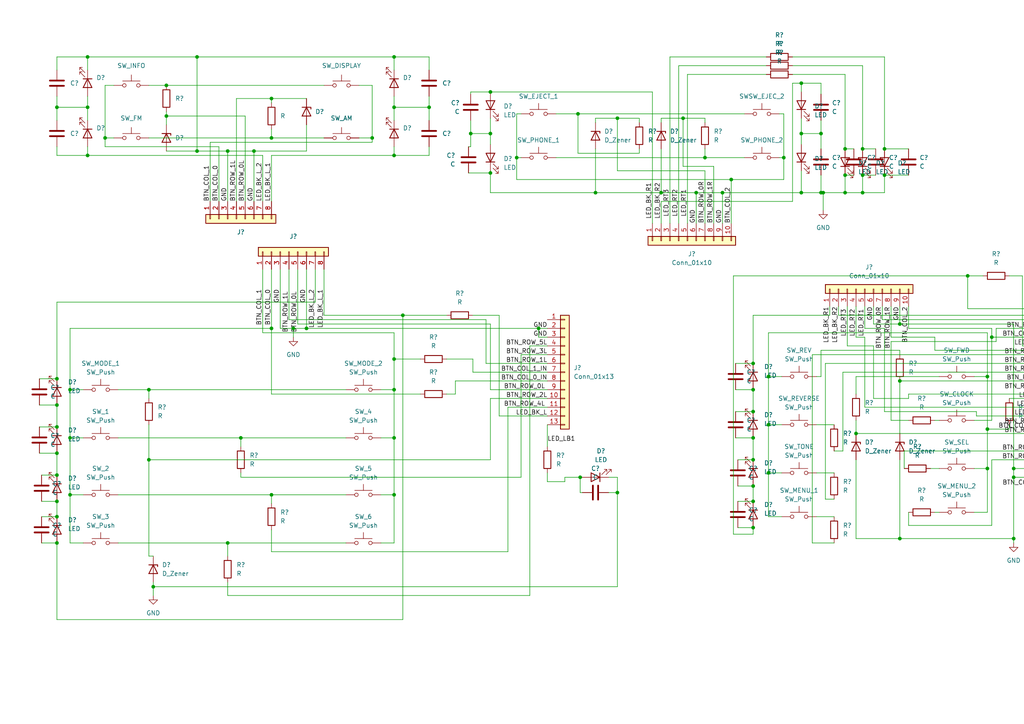
<source format=kicad_sch>
(kicad_sch (version 20211123) (generator eeschema)
  (paper "A4")
  (junction (at 142.24 50.165))
  (junction (at 218.44 105.41))
  (junction (at 201.93 55.88))
  (junction (at 222.885 123.19))
  (junction (at 107.95 40.005))
  (junction (at 286.385 124.46))
  (junction (at 335.915 134.62))
  (junction (at 48.26 24.765))
  (junction (at 16.51 157.48))
  (junction (at 114.3 31.115))
  (junction (at 16.51 149.86))
  (junction (at 136.525 38.735))
  (junction (at 179.07 142.875))
  (junction (at 232.41 24.13))
  (junction (at 25.4 45.085))
  (junction (at 227.33 45.72))
  (junction (at 114.3 16.51))
  (junction (at 44.45 170.18))
  (junction (at 172.72 55.88))
  (junction (at 48.26 33.655))
  (junction (at 85.09 95.25))
  (junction (at 78.74 95.25))
  (junction (at 238.76 55.88))
  (junction (at 25.4 31.115))
  (junction (at 218.44 140.97))
  (junction (at 156.21 95.25))
  (junction (at 335.915 128.27))
  (junction (at 286.385 135.89))
  (junction (at 304.165 120.65))
  (junction (at 286.385 109.22))
  (junction (at 294.005 156.21))
  (junction (at 116.84 91.44))
  (junction (at 16.51 137.795))
  (junction (at 256.54 50.8))
  (junction (at 25.4 16.51))
  (junction (at 168.275 138.43))
  (junction (at 250.19 55.88))
  (junction (at 16.51 123.825))
  (junction (at 218.44 113.03))
  (junction (at 287.655 97.79))
  (junction (at 250.19 43.18))
  (junction (at 260.985 93.98))
  (junction (at 218.44 145.415))
  (junction (at 191.77 55.88))
  (junction (at 114.3 143.51))
  (junction (at 238.125 55.88))
  (junction (at 335.915 114.3))
  (junction (at 209.55 55.88))
  (junction (at 238.125 38.735))
  (junction (at 69.85 127))
  (junction (at 20.32 113.03))
  (junction (at 294.005 135.89))
  (junction (at 43.18 133.35))
  (junction (at 218.44 153.035))
  (junction (at 179.07 34.29))
  (junction (at 335.915 120.65))
  (junction (at 218.44 119.38))
  (junction (at 245.11 43.18))
  (junction (at 114.3 113.03))
  (junction (at 16.51 131.445))
  (junction (at 260.985 110.49))
  (junction (at 57.15 43.815))
  (junction (at 16.51 109.855))
  (junction (at 124.46 31.115))
  (junction (at 335.915 142.24))
  (junction (at 78.74 40.005))
  (junction (at 114.3 104.14))
  (junction (at 43.18 113.03))
  (junction (at 335.915 146.685))
  (junction (at 57.15 16.51))
  (junction (at 78.74 28.575))
  (junction (at 142.24 38.735))
  (junction (at 167.64 33.02))
  (junction (at 142.24 26.67))
  (junction (at 204.47 45.72))
  (junction (at 218.44 133.35))
  (junction (at 245.11 55.88))
  (junction (at 218.44 127))
  (junction (at 20.32 143.51))
  (junction (at 212.09 52.07))
  (junction (at 114.3 45.085))
  (junction (at 222.885 109.22))
  (junction (at 16.51 117.475))
  (junction (at 280.67 80.01))
  (junction (at 30.48 40.005))
  (junction (at 250.19 50.8))
  (junction (at 66.04 43.815))
  (junction (at 114.3 127))
  (junction (at 16.51 31.115))
  (junction (at 335.915 154.305))
  (junction (at 78.74 143.51))
  (junction (at 73.66 43.815))
  (junction (at 248.285 125.73))
  (junction (at 232.41 55.88))
  (junction (at 16.51 145.415))
  (junction (at 294.005 138.43))
  (junction (at 335.915 106.68))
  (junction (at 149.86 45.72))
  (junction (at 232.41 38.735))
  (junction (at 66.04 157.48))
  (junction (at 198.12 34.29))
  (junction (at 20.32 127))
  (junction (at 88.9 95.25))
  (junction (at 256.54 43.18))
  (junction (at 245.11 50.8))
  (junction (at 222.885 137.16))
  (junction (at 260.985 156.21))
  (wire (pts (xy 137.16 107.95) (xy 158.75 107.95)))
  (wire (pts (xy 66.04 43.815) (xy 66.04 58.42)))
  (wire (pts (xy 132.08 114.3) (xy 129.54 114.3)))
  (wire (pts (xy 212.09 52.07) (xy 212.09 64.77)))
  (wire (pts (xy 299.085 114.3) (xy 263.525 114.3)))
  (wire (pts (xy 229.87 16.51) (xy 256.54 16.51)))
  (wire (pts (xy 151.13 102.87) (xy 158.75 102.87)))
  (wire (pts (xy 136.525 26.67) (xy 136.525 27.305)))
  (wire (pts (xy 11.43 131.445) (xy 16.51 131.445)))
  (wire (pts (xy 69.85 127) (xy 69.85 129.54)))
  (wire (pts (xy 114.3 16.51) (xy 114.3 20.32)))
  (wire (pts (xy 12.065 157.48) (xy 16.51 157.48)))
  (wire (pts (xy 34.29 127) (xy 69.85 127)))
  (wire (pts (xy 271.145 97.79) (xy 271.145 101.6)))
  (wire (pts (xy 179.07 138.43) (xy 179.07 142.875)))
  (wire (pts (xy 30.48 40.005) (xy 33.02 40.005)))
  (wire (pts (xy 20.32 143.51) (xy 24.13 143.51)))
  (wire (pts (xy 110.49 113.03) (xy 114.3 113.03)))
  (wire (pts (xy 16.51 87.63) (xy 16.51 109.855)))
  (wire (pts (xy 43.18 161.29) (xy 44.45 161.29)))
  (wire (pts (xy 142.24 55.88) (xy 172.72 55.88)))
  (wire (pts (xy 294.005 138.43) (xy 304.165 138.43)))
  (wire (pts (xy 344.805 154.305) (xy 335.915 154.305)))
  (wire (pts (xy 218.44 140.97) (xy 218.44 145.415)))
  (wire (pts (xy 253.365 100.33) (xy 245.745 100.33)))
  (wire (pts (xy 286.385 124.46) (xy 286.385 109.22)))
  (wire (pts (xy 107.95 24.765) (xy 107.95 40.005)))
  (wire (pts (xy 227.33 33.02) (xy 227.33 45.72)))
  (wire (pts (xy 12.065 149.86) (xy 16.51 149.86)))
  (wire (pts (xy 34.29 113.03) (xy 43.18 113.03)))
  (wire (pts (xy 124.46 27.94) (xy 124.46 31.115)))
  (wire (pts (xy 286.385 148.59) (xy 286.385 135.89)))
  (wire (pts (xy 172.72 34.29) (xy 179.07 34.29)))
  (wire (pts (xy 76.2 45.085) (xy 76.2 58.42)))
  (wire (pts (xy 239.395 144.78) (xy 241.935 144.78)))
  (wire (pts (xy 16.51 16.51) (xy 16.51 20.32)))
  (wire (pts (xy 136.525 42.545) (xy 135.89 42.545)))
  (wire (pts (xy 124.46 45.085) (xy 124.46 42.545)))
  (wire (pts (xy 226.695 109.22) (xy 222.885 109.22)))
  (wire (pts (xy 20.32 157.48) (xy 24.13 157.48)))
  (wire (pts (xy 304.165 140.97) (xy 297.815 140.97)))
  (wire (pts (xy 262.255 130.81) (xy 262.255 135.89)))
  (wire (pts (xy 250.19 50.8) (xy 250.19 55.88)))
  (wire (pts (xy 179.07 49.53) (xy 179.07 34.29)))
  (wire (pts (xy 114.3 104.14) (xy 114.3 113.03)))
  (wire (pts (xy 213.36 113.03) (xy 218.44 113.03)))
  (wire (pts (xy 245.745 100.33) (xy 245.745 88.9)))
  (wire (pts (xy 60.96 41.275) (xy 107.95 41.275)))
  (wire (pts (xy 158.75 137.16) (xy 158.75 139.7)))
  (wire (pts (xy 250.825 97.79) (xy 250.825 118.11)))
  (wire (pts (xy 11.43 123.825) (xy 16.51 123.825)))
  (wire (pts (xy 114.3 45.085) (xy 124.46 45.085)))
  (wire (pts (xy 153.67 100.33) (xy 153.67 172.72)))
  (wire (pts (xy 198.12 34.29) (xy 204.47 34.29)))
  (wire (pts (xy 294.005 135.89) (xy 304.165 135.89)))
  (wire (pts (xy 78.74 143.51) (xy 78.74 146.05)))
  (wire (pts (xy 116.84 179.705) (xy 16.51 179.705)))
  (wire (pts (xy 43.18 113.03) (xy 100.33 113.03)))
  (wire (pts (xy 201.93 55.88) (xy 209.55 55.88)))
  (wire (pts (xy 204.47 43.18) (xy 204.47 45.72)))
  (wire (pts (xy 189.23 26.67) (xy 189.23 64.77)))
  (wire (pts (xy 344.805 142.24) (xy 335.915 142.24)))
  (wire (pts (xy 88.9 95.25) (xy 88.9 78.105)))
  (wire (pts (xy 255.905 88.9) (xy 255.905 92.71)))
  (wire (pts (xy 260.985 101.6) (xy 238.125 101.6)))
  (wire (pts (xy 43.18 123.19) (xy 43.18 133.35)))
  (wire (pts (xy 172.72 35.56) (xy 172.72 34.29)))
  (wire (pts (xy 250.825 88.9) (xy 250.825 95.25)))
  (wire (pts (xy 168.275 142.875) (xy 168.91 142.875)))
  (wire (pts (xy 142.24 26.67) (xy 136.525 26.67)))
  (wire (pts (xy 48.26 33.655) (xy 48.26 36.195)))
  (wire (pts (xy 244.475 107.95) (xy 244.475 130.81)))
  (wire (pts (xy 199.39 21.59) (xy 222.25 21.59)))
  (wire (pts (xy 142.24 133.35) (xy 142.24 115.57)))
  (wire (pts (xy 129.54 104.14) (xy 137.16 104.14)))
  (wire (pts (xy 172.72 43.18) (xy 172.72 55.88)))
  (wire (pts (xy 48.26 32.385) (xy 48.26 33.655)))
  (wire (pts (xy 78.74 37.465) (xy 78.74 40.005)))
  (wire (pts (xy 158.75 120.65) (xy 144.78 120.65)))
  (wire (pts (xy 239.395 105.41) (xy 239.395 144.78)))
  (wire (pts (xy 232.41 24.13) (xy 232.41 26.67)))
  (wire (pts (xy 57.15 43.815) (xy 66.04 43.815)))
  (wire (pts (xy 142.24 38.735) (xy 142.24 41.91)))
  (wire (pts (xy 185.42 44.45) (xy 167.64 44.45)))
  (wire (pts (xy 294.005 93.98) (xy 294.005 135.89)))
  (wire (pts (xy 114.3 31.115) (xy 114.3 34.925)))
  (wire (pts (xy 69.85 137.16) (xy 69.85 138.43)))
  (wire (pts (xy 256.54 16.51) (xy 256.54 43.18)))
  (wire (pts (xy 212.09 52.07) (xy 149.86 52.07)))
  (wire (pts (xy 287.655 152.4) (xy 263.525 152.4)))
  (wire (pts (xy 248.285 109.22) (xy 272.415 109.22)))
  (wire (pts (xy 245.11 50.8) (xy 247.65 50.8)))
  (wire (pts (xy 114.3 31.115) (xy 124.46 31.115)))
  (wire (pts (xy 43.18 24.765) (xy 48.26 24.765)))
  (wire (pts (xy 260.985 102.87) (xy 260.985 101.6)))
  (wire (pts (xy 144.78 120.65) (xy 144.78 91.44)))
  (wire (pts (xy 144.78 91.44) (xy 137.16 91.44)))
  (wire (pts (xy 250.19 55.88) (xy 245.11 55.88)))
  (wire (pts (xy 256.54 119.38) (xy 256.54 95.25)))
  (wire (pts (xy 222.885 149.86) (xy 222.885 137.16)))
  (wire (pts (xy 253.365 88.9) (xy 253.365 93.98)))
  (wire (pts (xy 260.985 133.35) (xy 260.985 156.21)))
  (wire (pts (xy 201.93 64.77) (xy 201.93 55.88)))
  (wire (pts (xy 344.805 120.65) (xy 335.915 120.65)))
  (wire (pts (xy 85.09 95.25) (xy 88.9 95.25)))
  (wire (pts (xy 207.01 64.77) (xy 207.01 48.26)))
  (wire (pts (xy 238.125 27.305) (xy 238.125 24.13)))
  (wire (pts (xy 68.58 28.575) (xy 68.58 58.42)))
  (wire (pts (xy 83.82 78.105) (xy 83.82 92.71)))
  (wire (pts (xy 235.585 102.87) (xy 304.165 102.87)))
  (wire (pts (xy 191.77 58.42) (xy 229.87 58.42)))
  (wire (pts (xy 124.46 20.32) (xy 124.46 16.51)))
  (wire (pts (xy 114.3 104.14) (xy 121.92 104.14)))
  (wire (pts (xy 294.005 138.43) (xy 294.005 135.89)))
  (wire (pts (xy 218.44 127) (xy 218.44 133.35)))
  (wire (pts (xy 16.51 117.475) (xy 16.51 123.825)))
  (wire (pts (xy 176.53 142.875) (xy 179.07 142.875)))
  (wire (pts (xy 30.48 24.765) (xy 30.48 40.005)))
  (wire (pts (xy 300.355 92.71) (xy 300.355 113.03)))
  (wire (pts (xy 114.3 96.52) (xy 114.3 104.14)))
  (wire (pts (xy 283.21 120.65) (xy 304.165 120.65)))
  (wire (pts (xy 238.76 60.96) (xy 238.76 55.88)))
  (wire (pts (xy 158.75 118.11) (xy 147.32 118.11)))
  (wire (pts (xy 253.365 115.57) (xy 263.525 115.57)))
  (wire (pts (xy 16.51 42.545) (xy 16.51 45.085)))
  (wire (pts (xy 240.665 88.9) (xy 240.665 91.44)))
  (wire (pts (xy 147.32 118.11) (xy 147.32 160.02)))
  (wire (pts (xy 250.19 43.18) (xy 254 43.18)))
  (wire (pts (xy 213.995 133.35) (xy 218.44 133.35)))
  (wire (pts (xy 244.475 130.81) (xy 241.935 130.81)))
  (wire (pts (xy 232.41 24.13) (xy 238.125 24.13)))
  (wire (pts (xy 43.18 113.03) (xy 43.18 115.57)))
  (wire (pts (xy 304.165 130.81) (xy 262.255 130.81)))
  (wire (pts (xy 137.16 104.14) (xy 137.16 107.95)))
  (wire (pts (xy 91.44 78.105) (xy 91.44 87.63)))
  (wire (pts (xy 198.12 48.26) (xy 198.12 34.29)))
  (wire (pts (xy 179.07 142.875) (xy 179.07 170.18)))
  (wire (pts (xy 69.85 138.43) (xy 151.13 138.43)))
  (wire (pts (xy 287.655 97.79) (xy 287.655 95.25)))
  (wire (pts (xy 156.21 95.25) (xy 158.75 95.25)))
  (wire (pts (xy 269.875 135.89) (xy 272.415 135.89)))
  (wire (pts (xy 256.54 50.8) (xy 263.525 50.8)))
  (wire (pts (xy 107.95 40.005) (xy 104.14 40.005)))
  (wire (pts (xy 235.585 157.48) (xy 241.935 157.48)))
  (wire (pts (xy 86.36 93.98) (xy 142.24 93.98)))
  (wire (pts (xy 135.89 50.165) (xy 142.24 50.165)))
  (wire (pts (xy 204.47 49.53) (xy 179.07 49.53)))
  (wire (pts (xy 11.43 109.855) (xy 16.51 109.855)))
  (wire (pts (xy 196.85 64.77) (xy 196.85 19.05)))
  (wire (pts (xy 60.96 41.275) (xy 60.96 58.42)))
  (wire (pts (xy 151.13 33.02) (xy 149.86 33.02)))
  (wire (pts (xy 71.12 33.655) (xy 71.12 58.42)))
  (wire (pts (xy 81.28 95.25) (xy 85.09 95.25)))
  (wire (pts (xy 110.49 143.51) (xy 114.3 143.51)))
  (wire (pts (xy 116.84 91.44) (xy 116.84 179.705)))
  (wire (pts (xy 222.885 137.16) (xy 222.885 123.19)))
  (wire (pts (xy 253.365 93.98) (xy 260.985 93.98)))
  (wire (pts (xy 132.08 110.49) (xy 132.08 114.3)))
  (wire (pts (xy 238.125 38.735) (xy 232.41 38.735)))
  (wire (pts (xy 68.58 28.575) (xy 78.74 28.575)))
  (wire (pts (xy 78.74 28.575) (xy 88.9 28.575)))
  (wire (pts (xy 304.165 107.95) (xy 244.475 107.95)))
  (wire (pts (xy 222.885 109.22) (xy 222.885 96.52)))
  (wire (pts (xy 297.815 140.97) (xy 297.815 115.57)))
  (wire (pts (xy 258.445 99.06) (xy 258.445 121.92)))
  (wire (pts (xy 57.15 16.51) (xy 57.15 43.815)))
  (wire (pts (xy 167.64 44.45) (xy 167.64 33.02)))
  (wire (pts (xy 78.74 45.085) (xy 78.74 58.42)))
  (wire (pts (xy 218.44 154.94) (xy 218.44 153.035)))
  (wire (pts (xy 232.41 38.735) (xy 232.41 41.91)))
  (wire (pts (xy 260.985 156.21) (xy 294.005 156.21)))
  (wire (pts (xy 63.5 42.545) (xy 30.48 42.545)))
  (wire (pts (xy 260.985 125.73) (xy 260.985 110.49)))
  (wire (pts (xy 229.87 21.59) (xy 245.11 21.59)))
  (wire (pts (xy 142.24 93.98) (xy 142.24 113.03)))
  (wire (pts (xy 304.165 133.35) (xy 287.655 133.35)))
  (wire (pts (xy 136.525 38.735) (xy 136.525 42.545)))
  (wire (pts (xy 226.06 33.02) (xy 227.33 33.02)))
  (wire (pts (xy 245.11 43.18) (xy 247.65 43.18)))
  (wire (pts (xy 236.855 123.19) (xy 241.935 123.19)))
  (wire (pts (xy 140.97 105.41) (xy 158.75 105.41)))
  (wire (pts (xy 66.04 157.48) (xy 100.33 157.48)))
  (wire (pts (xy 78.74 45.085) (xy 114.3 45.085)))
  (wire (pts (xy 204.47 45.72) (xy 215.9 45.72)))
  (wire (pts (xy 304.165 95.25) (xy 288.925 95.25)))
  (wire (pts (xy 158.75 97.79) (xy 156.21 97.79)))
  (wire (pts (xy 303.53 123.19) (xy 300.99 123.19)))
  (wire (pts (xy 236.855 137.16) (xy 241.935 137.16)))
  (wire (pts (xy 207.01 48.26) (xy 198.12 48.26)))
  (wire (pts (xy 107.95 41.275) (xy 107.95 40.005)))
  (wire (pts (xy 256.54 50.8) (xy 256.54 55.88)))
  (wire (pts (xy 245.11 55.88) (xy 238.76 55.88)))
  (wire (pts (xy 292.735 123.19) (xy 292.735 124.46)))
  (wire (pts (xy 286.385 96.52) (xy 286.385 109.22)))
  (wire (pts (xy 142.24 49.53) (xy 142.24 50.165)))
  (wire (pts (xy 12.065 137.795) (xy 16.51 137.795)))
  (wire (pts (xy 25.4 31.115) (xy 25.4 34.925)))
  (wire (pts (xy 185.42 43.18) (xy 185.42 44.45)))
  (wire (pts (xy 16.51 131.445) (xy 16.51 137.795)))
  (wire (pts (xy 161.29 33.02) (xy 167.64 33.02)))
  (wire (pts (xy 158.75 123.19) (xy 158.75 129.54)))
  (wire (pts (xy 191.77 34.29) (xy 198.12 34.29)))
  (wire (pts (xy 34.29 143.51) (xy 78.74 143.51)))
  (wire (pts (xy 16.51 157.48) (xy 16.51 179.705)))
  (wire (pts (xy 238.125 34.925) (xy 238.125 38.735)))
  (wire (pts (xy 353.06 89.535) (xy 353.06 156.21)))
  (wire (pts (xy 114.3 157.48) (xy 110.49 157.48)))
  (wire (pts (xy 191.77 43.18) (xy 191.77 55.88)))
  (wire (pts (xy 243.205 88.9) (xy 243.205 91.44)))
  (wire (pts (xy 168.91 138.43) (xy 168.275 138.43)))
  (wire (pts (xy 142.24 34.29) (xy 142.24 38.735)))
  (wire (pts (xy 250.19 19.05) (xy 250.19 43.18)))
  (wire (pts (xy 71.12 33.655) (xy 48.26 33.655)))
  (wire (pts (xy 218.44 91.44) (xy 218.44 105.41)))
  (wire (pts (xy 158.75 100.33) (xy 153.67 100.33)))
  (wire (pts (xy 129.54 91.44) (xy 116.84 91.44)))
  (wire (pts (xy 280.67 89.535) (xy 353.06 89.535)))
  (wire (pts (xy 256.54 55.88) (xy 250.19 55.88)))
  (wire (pts (xy 353.06 156.21) (xy 335.915 156.21)))
  (wire (pts (xy 78.74 143.51) (xy 100.33 143.51)))
  (wire (pts (xy 73.66 43.815) (xy 88.9 43.815)))
  (wire (pts (xy 238.125 109.22) (xy 236.855 109.22)))
  (wire (pts (xy 66.04 43.815) (xy 73.66 43.815)))
  (wire (pts (xy 294.005 157.48) (xy 294.005 156.21)))
  (wire (pts (xy 16.51 16.51) (xy 25.4 16.51)))
  (wire (pts (xy 66.04 157.48) (xy 66.04 161.29)))
  (wire (pts (xy 149.86 45.72) (xy 151.13 45.72)))
  (wire (pts (xy 287.655 121.92) (xy 287.655 97.79)))
  (wire (pts (xy 344.805 134.62) (xy 335.915 134.62)))
  (wire (pts (xy 16.51 31.115) (xy 25.4 31.115)))
  (wire (pts (xy 16.51 145.415) (xy 16.51 149.86)))
  (wire (pts (xy 300.355 113.03) (xy 304.165 113.03)))
  (wire (pts (xy 232.41 34.29) (xy 232.41 38.735)))
  (wire (pts (xy 287.655 133.35) (xy 287.655 152.4)))
  (wire (pts (xy 245.11 50.8) (xy 245.11 55.88)))
  (wire (pts (xy 229.87 24.13) (xy 232.41 24.13)))
  (wire (pts (xy 229.87 58.42) (xy 229.87 24.13)))
  (wire (pts (xy 213.995 153.035) (xy 218.44 153.035)))
  (wire (pts (xy 282.575 135.89) (xy 286.385 135.89)))
  (wire (pts (xy 218.44 113.03) (xy 218.44 119.38)))
  (wire (pts (xy 78.74 160.02) (xy 78.74 153.67)))
  (wire (pts (xy 287.655 95.25) (xy 263.525 95.25)))
  (wire (pts (xy 222.885 123.19) (xy 222.885 109.22)))
  (wire (pts (xy 288.925 99.06) (xy 258.445 99.06)))
  (wire (pts (xy 167.64 33.02) (xy 215.9 33.02)))
  (wire (pts (xy 294.005 156.21) (xy 294.005 138.43)))
  (wire (pts (xy 78.74 40.005) (xy 93.98 40.005)))
  (wire (pts (xy 114.3 127) (xy 114.3 143.51)))
  (wire (pts (xy 114.3 113.03) (xy 114.3 127)))
  (wire (pts (xy 25.4 42.545) (xy 25.4 45.085)))
  (wire (pts (xy 271.145 148.59) (xy 272.415 148.59)))
  (wire (pts (xy 253.365 115.57) (xy 253.365 100.33)))
  (wire (pts (xy 236.855 149.86) (xy 241.935 149.86)))
  (wire (pts (xy 16.51 27.94) (xy 16.51 31.115)))
  (wire (pts (xy 300.99 119.38) (xy 302.26 119.38)))
  (wire (pts (xy 282.575 121.92) (xy 287.655 121.92)))
  (wire (pts (xy 213.36 119.38) (xy 218.44 119.38)))
  (wire (pts (xy 168.275 138.43) (xy 163.83 138.43)))
  (wire (pts (xy 227.33 52.07) (xy 212.09 52.07)))
  (wire (pts (xy 161.29 45.72) (xy 204.47 45.72)))
  (wire (pts (xy 179.07 170.18) (xy 44.45 170.18)))
  (wire (pts (xy 280.67 80.01) (xy 285.115 80.01)))
  (wire (pts (xy 78.74 95.25) (xy 20.32 95.25)))
  (wire (pts (xy 258.445 121.92) (xy 263.525 121.92)))
  (wire (pts (xy 149.86 33.02) (xy 149.86 45.72)))
  (wire (pts (xy 271.145 121.92) (xy 272.415 121.92)))
  (wire (pts (xy 142.24 26.67) (xy 189.23 26.67)))
  (wire (pts (xy 66.04 172.72) (xy 66.04 168.91)))
  (wire (pts (xy 296.545 80.01) (xy 296.545 100.33)))
  (wire (pts (xy 25.4 16.51) (xy 57.15 16.51)))
  (wire (pts (xy 172.72 55.88) (xy 191.77 55.88)))
  (wire (pts (xy 48.26 43.815) (xy 57.15 43.815)))
  (wire (pts (xy 302.26 119.38) (xy 302.26 101.6)))
  (wire (pts (xy 304.165 100.33) (xy 296.545 100.33)))
  (wire (pts (xy 286.385 135.89) (xy 286.385 124.46)))
  (wire (pts (xy 88.9 95.25) (xy 156.21 95.25)))
  (wire (pts (xy 213.36 105.41) (xy 218.44 105.41)))
  (wire (pts (xy 256.54 43.18) (xy 263.525 43.18)))
  (wire (pts (xy 76.2 78.105) (xy 76.2 96.52)))
  (wire (pts (xy 304.165 120.65) (xy 304.8 120.65)))
  (wire (pts (xy 33.02 24.765) (xy 30.48 24.765)))
  (wire (pts (xy 248.285 121.92) (xy 248.285 125.73)))
  (wire (pts (xy 156.21 97.79) (xy 156.21 95.25)))
  (wire (pts (xy 85.09 95.25) (xy 85.09 97.79)))
  (wire (pts (xy 151.13 138.43) (xy 151.13 102.87)))
  (wire (pts (xy 263.525 114.3) (xy 263.525 115.57)))
  (wire (pts (xy 248.285 133.35) (xy 248.285 156.21)))
  (wire (pts (xy 335.915 114.3) (xy 335.915 120.65)))
  (wire (pts (xy 212.725 154.94) (xy 218.44 154.94)))
  (wire (pts (xy 209.55 55.88) (xy 209.55 64.77)))
  (wire (pts (xy 288.925 95.25) (xy 288.925 99.06)))
  (wire (pts (xy 304.165 105.41) (xy 239.395 105.41)))
  (wire (pts (xy 16.51 31.115) (xy 16.51 34.925)))
  (wire (pts (xy 292.735 115.57) (xy 297.815 115.57)))
  (wire (pts (xy 158.75 139.7) (xy 163.83 139.7)))
  (wire (pts (xy 287.655 97.79) (xy 304.165 97.79)))
  (wire (pts (xy 199.39 64.77) (xy 199.39 21.59)))
  (wire (pts (xy 204.47 64.77) (xy 204.47 49.53)))
  (wire (pts (xy 250.825 95.25) (xy 256.54 95.25)))
  (wire (pts (xy 168.275 138.43) (xy 168.275 142.875)))
  (wire (pts (xy 30.48 42.545) (xy 30.48 40.005)))
  (wire (pts (xy 335.915 142.24) (xy 335.915 146.685)))
  (wire (pts (xy 149.86 45.72) (xy 149.86 52.07)))
  (wire (pts (xy 140.97 92.71) (xy 140.97 105.41)))
  (wire (pts (xy 240.665 91.44) (xy 218.44 91.44)))
  (wire (pts (xy 88.9 43.815) (xy 88.9 36.195)))
  (wire (pts (xy 344.805 128.27) (xy 335.915 128.27)))
  (wire (pts (xy 226.695 149.86) (xy 222.885 149.86)))
  (wire (pts (xy 204.47 34.29) (xy 204.47 35.56)))
  (wire (pts (xy 194.31 64.77) (xy 194.31 16.51)))
  (wire (pts (xy 226.695 123.19) (xy 222.885 123.19)))
  (wire (pts (xy 263.525 95.25) (xy 263.525 88.9)))
  (wire (pts (xy 81.28 78.105) (xy 81.28 95.25)))
  (wire (pts (xy 248.285 125.73) (xy 304.165 125.73)))
  (wire (pts (xy 222.885 96.52) (xy 286.385 96.52)))
  (wire (pts (xy 86.36 78.105) (xy 86.36 93.98)))
  (wire (pts (xy 73.66 43.815) (xy 73.66 58.42)))
  (wire (pts (xy 116.84 91.44) (xy 93.98 91.44)))
  (wire (pts (xy 43.18 133.35) (xy 142.24 133.35)))
  (wire (pts (xy 25.4 16.51) (xy 25.4 20.32)))
  (wire (pts (xy 344.805 114.3) (xy 335.915 114.3)))
  (wire (pts (xy 238.125 50.8) (xy 238.125 55.88)))
  (wire (pts (xy 78.74 28.575) (xy 78.74 29.845)))
  (wire (pts (xy 121.92 114.3) (xy 78.74 114.3)))
  (wire (pts (xy 213.995 140.97) (xy 218.44 140.97)))
  (wire (pts (xy 25.4 45.085) (xy 76.2 45.085)))
  (wire (pts (xy 248.285 156.21) (xy 260.985 156.21)))
  (wire (pts (xy 104.14 24.765) (xy 107.95 24.765)))
  (wire (pts (xy 179.07 34.29) (xy 185.42 34.29)))
  (wire (pts (xy 226.695 137.16) (xy 222.885 137.16)))
  (wire (pts (xy 163.83 138.43) (xy 163.83 139.7)))
  (wire (pts (xy 227.33 45.72) (xy 226.06 45.72)))
  (wire (pts (xy 110.49 127) (xy 114.3 127)))
  (wire (pts (xy 48.26 24.765) (xy 93.98 24.765)))
  (wire (pts (xy 114.3 143.51) (xy 114.3 157.48)))
  (wire (pts (xy 292.735 80.01) (xy 296.545 80.01)))
  (wire (pts (xy 229.87 19.05) (xy 250.19 19.05)))
  (wire (pts (xy 248.285 88.9) (xy 248.285 97.79)))
  (wire (pts (xy 212.725 80.01) (xy 280.67 80.01)))
  (wire (pts (xy 344.805 146.685) (xy 335.915 146.685)))
  (wire (pts (xy 176.53 138.43) (xy 179.07 138.43)))
  (wire (pts (xy 232.41 49.53) (xy 232.41 55.88)))
  (wire (pts (xy 258.445 97.79) (xy 271.145 97.79)))
  (wire (pts (xy 283.21 119.38) (xy 256.54 119.38)))
  (wire (pts (xy 136.525 38.735) (xy 142.24 38.735)))
  (wire (pts (xy 235.585 102.87) (xy 235.585 157.48)))
  (wire (pts (xy 136.525 34.925) (xy 136.525 38.735)))
  (wire (pts (xy 260.985 88.9) (xy 260.985 93.98)))
  (wire (pts (xy 25.4 27.94) (xy 25.4 31.115)))
  (wire (pts (xy 250.825 118.11) (xy 304.165 118.11)))
  (wire (pts (xy 212.725 80.01) (xy 212.725 154.94)))
  (wire (pts (xy 271.145 101.6) (xy 302.26 101.6)))
  (wire (pts (xy 20.32 127) (xy 24.13 127)))
  (wire (pts (xy 238.76 55.88) (xy 238.125 55.88)))
  (wire (pts (xy 286.385 109.22) (xy 282.575 109.22)))
  (wire (pts (xy 260.985 93.98) (xy 294.005 93.98)))
  (wire (pts (xy 34.29 157.48) (xy 66.04 157.48)))
  (wire (pts (xy 283.21 120.65) (xy 283.21 119.38)))
  (wire (pts (xy 12.065 145.415) (xy 16.51 145.415)))
  (wire (pts (xy 76.2 96.52) (xy 114.3 96.52)))
  (wire (pts (xy 24.13 113.03) (xy 20.32 113.03)))
  (wire (pts (xy 142.24 50.165) (xy 142.24 55.88)))
  (wire (pts (xy 335.915 91.44) (xy 243.205 91.44)))
  (wire (pts (xy 142.24 113.03) (xy 158.75 113.03)))
  (wire (pts (xy 44.45 168.91) (xy 44.45 170.18)))
  (wire (pts (xy 124.46 16.51) (xy 114.3 16.51)))
  (wire (pts (xy 248.285 97.79) (xy 250.825 97.79)))
  (wire (pts (xy 335.915 128.27) (xy 335.915 134.62)))
  (wire (pts (xy 260.985 110.49) (xy 304.165 110.49)))
  (wire (pts (xy 299.085 115.57) (xy 299.085 114.3)))
  (wire (pts (xy 16.51 45.085) (xy 25.4 45.085)))
  (wire (pts (xy 263.525 152.4) (xy 263.525 148.59)))
  (wire (pts (xy 282.575 148.59) (xy 286.385 148.59)))
  (wire (pts (xy 232.41 55.88) (xy 209.55 55.88)))
  (wire (pts (xy 238.125 101.6) (xy 238.125 109.22)))
  (wire (pts (xy 43.18 133.35) (xy 43.18 161.29)))
  (wire (pts (xy 158.75 110.49) (xy 132.08 110.49)))
  (wire (pts (xy 185.42 34.29) (xy 185.42 35.56)))
  (wire (pts (xy 11.43 117.475) (xy 16.51 117.475)))
  (wire (pts (xy 292.735 124.46) (xy 286.385 124.46)))
  (wire (pts (xy 78.74 114.3) (xy 78.74 95.25)))
  (wire (pts (xy 213.995 145.415) (xy 218.44 145.415)))
  (wire (pts (xy 114.3 27.94) (xy 114.3 31.115)))
  (wire (pts (xy 344.805 106.68) (xy 335.915 106.68)))
  (wire (pts (xy 20.32 143.51) (xy 20.32 157.48)))
  (wire (pts (xy 147.32 160.02) (xy 78.74 160.02)))
  (wire (pts (xy 153.67 172.72) (xy 66.04 172.72)))
  (wire (pts (xy 63.5 42.545) (xy 63.5 58.42)))
  (wire (pts (xy 213.36 127) (xy 218.44 127)))
  (wire (pts (xy 93.98 78.105) (xy 93.98 91.44)))
  (wire (pts (xy 238.125 38.735) (xy 238.125 43.18)))
  (wire (pts (xy 255.905 92.71) (xy 300.355 92.71)))
  (wire (pts (xy 250.19 50.8) (xy 254 50.8)))
  (wire (pts (xy 245.11 21.59) (xy 245.11 43.18)))
  (wire (pts (xy 191.77 55.88) (xy 201.93 55.88)))
  (wire (pts (xy 191.77 64.77) (xy 191.77 58.42)))
  (wire (pts (xy 191.77 35.56) (xy 191.77 34.29)))
  (wire (pts (xy 142.24 115.57) (xy 158.75 115.57)))
  (wire (pts (xy 20.32 127) (xy 20.32 143.51)))
  (wire (pts (xy 248.285 114.3) (xy 248.285 109.22)))
  (wire (pts (xy 124.46 31.115) (xy 124.46 34.925)))
  (wire (pts (xy 43.18 40.005) (xy 78.74 40.005)))
  (wire (pts (xy 83.82 92.71) (xy 140.97 92.71)))
  (wire (pts (xy 258.445 88.9) (xy 258.445 97.79)))
  (wire (pts (xy 196.85 19.05) (xy 222.25 19.05)))
  (wire (pts (xy 335.915 91.44) (xy 335.915 106.68)))
  (wire (pts (xy 114.3 45.085) (xy 114.3 42.545)))
  (wire (pts (xy 335.915 156.21) (xy 335.915 154.305)))
  (wire (pts (xy 69.85 127) (xy 100.33 127)))
  (wire (pts (xy 78.74 78.105) (xy 78.74 95.25)))
  (wire (pts (xy 280.67 80.01) (xy 280.67 89.535)))
  (wire (pts (xy 227.33 45.72) (xy 227.33 52.07)))
  (wire (pts (xy 91.44 87.63) (xy 16.51 87.63)))
  (wire (pts (xy 300.99 123.19) (xy 300.99 119.38)))
  (wire (pts (xy 57.15 16.51) (xy 114.3 16.51)))
  (wire (pts (xy 238.125 55.88) (xy 232.41 55.88)))
  (wire (pts (xy 304.165 115.57) (xy 299.085 115.57)))
  (wire (pts (xy 20.32 113.03) (xy 20.32 127)))
  (wire (pts (xy 194.31 16.51) (xy 222.25 16.51)))
  (wire (pts (xy 20.32 95.25) (xy 20.32 113.03)))
  (wire (pts (xy 44.45 170.18) (xy 44.45 172.72)))
  (label "BTN_ROW_2R" (at 304.165 95.25 180))
  (label "LED_BK_L_2" (at 91.44 83.82 270))
  (label "GND" (at 66.04 58.42 90))
  (label "LED_RT1" (at 302.26 120.65 180))
  (label "LED_BK_L_1" (at 78.74 58.42 90))
  (label "LED_RT3" (at 303.53 115.57 180))
  (label "GND" (at 73.66 58.42 90))
  (label "GND" (at 253.365 88.9 270))
  (label "GND" (at 299.085 135.89 0))
  (label "LED_BK_L" (at 158.75 120.65 180))
  (label "BTN_ROW_2L" (at 158.75 115.57 180))
  (label "GND" (at 158.75 97.79 180))
  (label "BTN_ROW_0R" (at 303.53 113.03 180))
  (label "BTN_COL_2" (at 212.09 64.77 90))
  (label "BTN_ROW_3L" (at 158.75 102.87 180))
  (label "BTN_ROW_9R" (at 302.895 133.35 180))
  (label "BTN_ROW_4R" (at 303.53 125.73 180))
  (label "LED_BK_R" (at 303.53 100.33 180))
  (label "BTN_ROW_1L" (at 83.82 84.455 270))
  (label "BTN_ROW_0R" (at 255.905 88.9 270))
  (label "BTN_ROW_1R" (at 207.01 64.77 90))
  (label "GND" (at 88.9 83.82 270))
  (label "LED_BK_R2" (at 243.205 88.9 270))
  (label "BTN_ROW_0R" (at 204.47 64.77 90))
  (label "BTN_ROW_0L" (at 71.12 58.42 90))
  (label "LED_RT2" (at 302.895 118.11 180))
  (label "BTN_ROW_1L" (at 158.75 105.41 180))
  (label "LED_BK_L_1" (at 93.98 83.82 270))
  (label "LED_RT2" (at 248.285 89.535 270))
  (label "LED_RT3" (at 194.31 62.865 90))
  (label "BTN_ROW_7R" (at 303.53 102.87 180))
  (label "BTN_ROW_1L" (at 68.58 58.42 90))
  (label "BTN_ROW_4L" (at 158.115 118.11 180))
  (label "GND" (at 260.985 88.9 270))
  (label "BTN_COL_2_IN" (at 304.165 97.79 180))
  (label "BTN_COL_1_IN" (at 158.75 107.95 180))
  (label "LED_BK_R1" (at 189.23 63.5 90))
  (label "BTN_COL_0" (at 78.74 83.82 270))
  (label "BTN_ROW_0L" (at 86.36 84.455 270))
  (label "BTN_ROW_5R" (at 303.53 107.95 180))
  (label "GND" (at 299.085 138.43 0))
  (label "GND" (at 201.93 64.77 90))
  (label "LED_RT1" (at 199.39 62.865 90))
  (label "BTN_COL_1" (at 60.96 58.42 90))
  (label "BTN_COL_0" (at 63.5 58.42 90))
  (label "LED_BK_R1" (at 240.665 88.9 270))
  (label "LED_BK_L_2" (at 76.2 58.42 90))
  (label "LED_RT3" (at 245.745 89.535 270))
  (label "BTN_COL_3_IN" (at 304.165 140.97 180))
  (label "LED_BK_R2" (at 191.77 63.5 90))
  (label "BTN_COL_3" (at 289.56 124.46 0))
  (label "GND" (at 158.75 95.25 180))
  (label "BTN_ROW_0L" (at 158.115 113.03 180))
  (label "GND" (at 209.55 64.77 90))
  (label "BTN_ROW_1R" (at 303.53 123.19 180))
  (label "BTN_ROW_6R" (at 303.53 105.41 180))
  (label "LED_LB1" (at 158.75 128.27 0))
  (label "BTN_ROW_8R" (at 302.895 130.81 180))
  (label "LED_RT1" (at 250.825 89.535 270))
  (label "GND" (at 81.28 83.82 270))
  (label "BTN_ROW_1R" (at 258.445 88.9 270))
  (label "BTN_COL_2" (at 263.525 88.9 270))
  (label "BTN_ROW_5L" (at 158.75 100.33 180))
  (label "BTN_COL_0_IN" (at 158.75 110.49 180))
  (label "BTN_ROW_3R" (at 304.165 110.49 180))
  (label "LED_RT2" (at 196.85 62.865 90))
  (label "BTN_COL_1" (at 76.2 83.82 270))
  (symbol (lib_id "Switch:SW_Push") (at 277.495 135.89 0) (unit 1)
    (property "Reference" "SW_SEL" (at 277.495 128.27 0))
    (property "Value" "SW_Push" (at 277.495 130.81 0))
  )
  (symbol (lib_id "Switch:SW_Push") (at 220.98 45.72 0) (unit 1)
    (property "Reference" "SW_PHONE_2" (at 220.98 40.64 0))
    (property "Value" "SW_Push" (effects hide))
  )
  (symbol (lib_id "Device:R") (at 48.26 28.575 0) (unit 1)
    (property "Reference" "R?" (at 50.8 28.5749 0) (effects (justify left)))
    (property "Value" "R" (effects hide))
  )
  (symbol (lib_id "Device:C") (at 12.065 141.605 0) (unit 1)
    (property "Reference" "C?" (at 15.24 140.3349 0) (effects (justify left)))
    (property "Value" "C" (at 15.24 142.8749 0) (effects (justify left)))
  )
  (symbol (lib_id "Device:R") (at 266.065 135.89 90) (unit 1)
    (property "Reference" "R?" (at 266.065 129.54 90))
    (property "Value" "R" (at 266.065 132.08 90))
  )
  (symbol (lib_id "Switch:SW_Push") (at 38.1 40.005 0) (unit 1)
    (property "Reference" "SW_FM" (at 38.1 34.29 0))
    (property "Value" "SW_Push" (effects hide))
  )
  (symbol (lib_id "Connector_Generic:Conn_01x10") (at 250.825 83.82 90) (unit 1)
    (property "Reference" "J?" (at 252.095 77.47 90))
    (property "Value" "Conn_01x10" (at 252.095 80.01 90))
  )
  (symbol (lib_id "Device:LED") (at 142.24 30.48 90) (unit 1)
    (property "Reference" "D?" (at 146.05 30.7974 90) (effects (justify right)))
    (property "Value" "LED" (at 146.05 33.3374 90) (effects (justify right)))
  )
  (symbol (lib_id "Device:R") (at 226.06 21.59 90) (unit 1)
    (property "Reference" "R?" (at 226.06 15.24 90))
    (property "Value" "R" (at 226.06 17.78 90))
  )
  (symbol (lib_id "Device:R") (at 125.73 104.14 90) (unit 1)
    (property "Reference" "R?" (at 125.73 97.79 90))
    (property "Value" "R" (at 125.73 100.33 90))
  )
  (symbol (lib_id "Device:R") (at 43.18 119.38 0) (unit 1)
    (property "Reference" "R?" (at 45.72 118.1099 0) (effects (justify left)))
    (property "Value" "R" (at 45.72 120.6499 0) (effects (justify left)))
  )
  (symbol (lib_id "Switch:SW_Push") (at 105.41 143.51 0) (unit 1)
    (property "Reference" "SW_5" (at 105.41 135.89 0))
    (property "Value" "SW_Push" (at 105.41 138.43 0))
  )
  (symbol (lib_id "Device:LED") (at 114.3 24.13 270) (unit 1)
    (property "Reference" "D?" (at 116.84 22.5424 90) (effects (justify left)))
    (property "Value" "LED" (effects hide))
  )
  (symbol (lib_id "Device:C") (at 12.065 153.67 0) (unit 1)
    (property "Reference" "C?" (at 15.24 152.3999 0) (effects (justify left)))
    (property "Value" "C" (at 15.24 154.9399 0) (effects (justify left)))
  )
  (symbol (lib_id "Switch:SW_Push") (at 105.41 157.48 0) (unit 1)
    (property "Reference" "SW_6" (at 105.41 149.86 0))
    (property "Value" "SW_Push" (at 105.41 152.4 0))
  )
  (symbol (lib_id "Device:D_Zener") (at 48.26 40.005 270) (unit 1)
    (property "Reference" "D?" (at 50.8 40.0049 90) (effects (justify left)))
    (property "Value" "D_Zener" (effects hide))
  )
  (symbol (lib_id "Device:LED") (at 218.44 149.225 270) (unit 1)
    (property "Reference" "D?" (at 221.615 146.3674 90) (effects (justify left)))
    (property "Value" "LED" (at 221.615 148.9074 90) (effects (justify left)))
  )
  (symbol (lib_id "Device:R") (at 292.735 119.38 0) (unit 1)
    (property "Reference" "R?" (at 295.275 118.1099 0) (effects (justify left)))
    (property "Value" "R" (at 295.275 120.6499 0) (effects (justify left)))
  )
  (symbol (lib_id "Switch:SW_Push") (at 29.21 143.51 0) (unit 1)
    (property "Reference" "SW_2" (at 29.21 135.89 0))
    (property "Value" "SW_Push" (at 29.21 138.43 0))
  )
  (symbol (lib_id "Device:C") (at 213.995 137.16 0) (unit 1)
    (property "Reference" "C?" (at 217.17 135.8899 0) (effects (justify left)))
    (property "Value" "C" (at 217.17 138.4299 0) (effects (justify left)))
  )
  (symbol (lib_id "Device:LED") (at 335.915 110.49 270) (unit 1)
    (property "Reference" "D?" (at 339.09 107.6324 90) (effects (justify left)))
    (property "Value" "LED" (at 339.09 110.1724 90) (effects (justify left)))
  )
  (symbol (lib_id "Device:LED") (at 335.915 138.43 270) (unit 1)
    (property "Reference" "D?" (at 339.09 135.5724 90) (effects (justify left)))
    (property "Value" "LED" (at 339.09 138.1124 90) (effects (justify left)))
  )
  (symbol (lib_id "Device:LED") (at 16.51 127.635 270) (unit 1)
    (property "Reference" "D?" (at 19.685 124.7774 90) (effects (justify left)))
    (property "Value" "LED" (at 19.685 127.3174 90) (effects (justify left)))
  )
  (symbol (lib_id "Connector_Generic:Conn_01x20") (at 309.245 118.11 0) (unit 1)
    (property "Reference" "J?" (at 311.785 118.1099 0) (effects (justify left)))
    (property "Value" "Conn_01x20" (at 311.785 120.6499 0) (effects (justify left)))
  )
  (symbol (lib_id "Device:LED") (at 256.54 46.99 90) (unit 1)
    (property "Reference" "D?" (at 260.35 47.3074 90) (effects (justify right)))
    (property "Value" "LED" (at 260.35 49.8474 90) (effects (justify right)))
  )
  (symbol (lib_id "Device:LED") (at 16.51 141.605 270) (unit 1)
    (property "Reference" "D?" (at 19.685 138.7474 90) (effects (justify left)))
    (property "Value" "LED" (at 19.685 141.2874 90) (effects (justify left)))
  )
  (symbol (lib_id "Device:R") (at 226.06 16.51 90) (unit 1)
    (property "Reference" "R?" (at 226.06 10.16 90))
    (property "Value" "R" (at 226.06 12.7 90))
  )
  (symbol (lib_id "Device:C") (at 344.805 110.49 0) (unit 1)
    (property "Reference" "C?" (at 347.98 109.2199 0) (effects (justify left)))
    (property "Value" "C" (at 347.98 111.7599 0) (effects (justify left)))
  )
  (symbol (lib_id "Switch:SW_Push") (at 29.21 157.48 0) (unit 1)
    (property "Reference" "SW_3" (at 29.21 149.86 0))
    (property "Value" "SW_Push" (at 29.21 152.4 0))
  )
  (symbol (lib_id "Switch:SW_Push") (at 277.495 121.92 0) (unit 1)
    (property "Reference" "SW_CLOCK" (at 277.495 114.3 0))
    (property "Value" "SW_Push" (at 277.495 116.84 0))
  )
  (symbol (lib_id "Device:LED") (at 250.19 46.99 90) (unit 1)
    (property "Reference" "D?" (at 254 47.3074 90) (effects (justify right)))
    (property "Value" "LED" (at 254 49.8474 90) (effects (justify right)))
  )
  (symbol (lib_id "Device:LED") (at 335.915 124.46 270) (unit 1)
    (property "Reference" "D?" (at 339.09 121.6024 90) (effects (justify left)))
    (property "Value" "LED" (at 339.09 124.1424 90) (effects (justify left)))
  )
  (symbol (lib_id "Device:R") (at 125.73 114.3 90) (unit 1)
    (property "Reference" "R?" (at 125.73 107.95 90))
    (property "Value" "R" (at 125.73 110.49 90))
  )
  (symbol (lib_id "Device:D_Zener") (at 191.77 39.37 270) (unit 1)
    (property "Reference" "D?" (at 194.31 38.0999 90) (effects (justify left)))
    (property "Value" "D_Zener" (at 194.31 40.6399 90) (effects (justify left)))
  )
  (symbol (lib_id "Device:R") (at 241.935 127 0) (unit 1)
    (property "Reference" "R?" (at 244.475 125.7299 0) (effects (justify left)))
    (property "Value" "R" (at 244.475 128.2699 0) (effects (justify left)))
  )
  (symbol (lib_id "Device:R") (at 69.85 133.35 0) (unit 1)
    (property "Reference" "R?" (at 72.39 132.0799 0) (effects (justify left)))
    (property "Value" "R" (at 72.39 134.6199 0) (effects (justify left)))
  )
  (symbol (lib_id "power:GND") (at 294.005 157.48 0) (unit 1)
    (property "Reference" "#PWR?" (effects hide))
    (property "Value" "GND" (at 294.005 162.56 0))
  )
  (symbol (lib_id "Device:D_Zener") (at 260.985 129.54 270) (unit 1)
    (property "Reference" "D?" (at 263.525 128.2699 90) (effects (justify left)))
    (property "Value" "D_Zener" (at 263.525 130.8099 90) (effects (justify left)))
  )
  (symbol (lib_id "Switch:SW_Push") (at 156.21 45.72 0) (unit 1)
    (property "Reference" "SW_PHONE_1" (at 156.21 40.64 0))
    (property "Value" "SW_Push" (effects hide))
  )
  (symbol (lib_id "Device:LED") (at 172.72 138.43 180) (unit 1)
    (property "Reference" "D?" (at 174.3075 130.81 0))
    (property "Value" "LED" (at 174.3075 133.35 0))
  )
  (symbol (lib_id "Switch:SW_Push") (at 220.98 33.02 0) (unit 1)
    (property "Reference" "SWSW_EJEC_2" (at 220.98 27.94 0))
    (property "Value" "SW_Push" (effects hide))
  )
  (symbol (lib_id "Device:C") (at 16.51 24.13 0) (unit 1)
    (property "Reference" "C?" (at 20.32 24.1299 0) (effects (justify left)))
    (property "Value" "C" (effects hide))
  )
  (symbol (lib_id "Device:R") (at 260.985 106.68 0) (unit 1)
    (property "Reference" "R?" (at 263.525 105.4099 0) (effects (justify left)))
    (property "Value" "R" (at 263.525 107.9499 0) (effects (justify left)))
  )
  (symbol (lib_id "Switch:SW_Push") (at 99.06 24.765 0) (unit 1)
    (property "Reference" "SW_DISPLAY" (at 99.06 19.05 0))
    (property "Value" "SW_Push" (effects hide))
  )
  (symbol (lib_id "Device:C") (at 213.36 109.22 0) (unit 1)
    (property "Reference" "C?" (at 216.535 107.9499 0) (effects (justify left)))
    (property "Value" "C" (at 216.535 110.4899 0) (effects (justify left)))
  )
  (symbol (lib_id "Device:LED") (at 114.3 38.735 270) (unit 1)
    (property "Reference" "D?" (at 116.84 37.1474 90) (effects (justify left)))
    (property "Value" "LED" (effects hide))
  )
  (symbol (lib_id "Device:R") (at 241.935 153.67 0) (unit 1)
    (property "Reference" "R?" (at 244.475 152.3999 0) (effects (justify left)))
    (property "Value" "R" (at 244.475 154.9399 0) (effects (justify left)))
  )
  (symbol (lib_id "Device:R") (at 288.925 80.01 90) (unit 1)
    (property "Reference" "R?" (at 288.925 73.66 90))
    (property "Value" "R" (at 288.925 76.2 90))
  )
  (symbol (lib_id "Switch:SW_Push") (at 231.775 123.19 0) (unit 1)
    (property "Reference" "SW_REVERSE" (at 231.775 115.57 0))
    (property "Value" "SW_Push" (at 231.775 118.11 0))
  )
  (symbol (lib_id "Device:C") (at 213.36 123.19 0) (unit 1)
    (property "Reference" "C?" (at 216.535 121.9199 0) (effects (justify left)))
    (property "Value" "C" (at 216.535 124.4599 0) (effects (justify left)))
  )
  (symbol (lib_id "Device:D_Zener") (at 248.285 129.54 270) (unit 1)
    (property "Reference" "D?" (at 250.825 128.2699 90) (effects (justify left)))
    (property "Value" "D_Zener" (at 250.825 130.8099 90) (effects (justify left)))
  )
  (symbol (lib_id "Switch:SW_Push") (at 29.21 113.03 0) (unit 1)
    (property "Reference" "SW_MODE_1" (at 29.21 105.41 0))
    (property "Value" "SW_Push" (at 29.21 107.95 0))
  )
  (symbol (lib_id "Device:LED") (at 232.41 30.48 90) (unit 1)
    (property "Reference" "D?" (at 236.22 30.7974 90) (effects (justify right)))
    (property "Value" "LED" (at 236.22 33.3374 90) (effects (justify right)))
  )
  (symbol (lib_id "Device:C") (at 344.805 138.43 0) (unit 1)
    (property "Reference" "C?" (at 347.98 137.1599 0) (effects (justify left)))
    (property "Value" "C" (at 347.98 139.6999 0) (effects (justify left)))
  )
  (symbol (lib_id "Device:R") (at 78.74 33.655 0) (unit 1)
    (property "Reference" "R?" (effects hide))
    (property "Value" "R" (at 81.28 33.6549 0) (effects (justify left)))
  )
  (symbol (lib_id "Device:R") (at 66.04 165.1 0) (unit 1)
    (property "Reference" "R?" (at 68.58 163.8299 0) (effects (justify left)))
    (property "Value" "R" (at 68.58 166.3699 0) (effects (justify left)))
  )
  (symbol (lib_id "Device:LED") (at 25.4 38.735 270) (unit 1)
    (property "Reference" "D?" (at 27.94 37.1474 90) (effects (justify left)))
    (property "Value" "LED" (effects hide))
  )
  (symbol (lib_id "power:GND") (at 85.09 97.79 0) (unit 1)
    (property "Reference" "#PWR?" (effects hide))
    (property "Value" "GND" (at 85.09 102.87 0))
  )
  (symbol (lib_id "Connector_Generic:Conn_01x13") (at 163.83 107.95 0) (unit 1)
    (property "Reference" "J?" (at 166.37 106.6799 0) (effects (justify left)))
    (property "Value" "Conn_01x13" (at 166.37 109.2199 0) (effects (justify left)))
  )
  (symbol (lib_id "Device:C") (at 344.805 124.46 0) (unit 1)
    (property "Reference" "C?" (at 347.98 123.1899 0) (effects (justify left)))
    (property "Value" "C" (at 347.98 125.7299 0) (effects (justify left)))
  )
  (symbol (lib_id "Device:C") (at 136.525 31.115 0) (unit 1)
    (property "Reference" "C?" (at 133.35 29.8449 0) (effects (justify right)))
    (property "Value" "C" (at 133.35 32.3849 0) (effects (justify right)))
  )
  (symbol (lib_id "Connector_Generic:Conn_01x08") (at 68.58 63.5 90) (mirror x) (unit 1)
    (property "Reference" "J?" (at 69.85 67.31 90))
    (property "Value" "Conn_01x08" (effects hide))
  )
  (symbol (lib_id "Device:C") (at 247.65 46.99 0) (unit 1)
    (property "Reference" "C?" (at 251.46 45.7199 0) (effects (justify left)))
    (property "Value" "C" (at 251.46 48.2599 0) (effects (justify left)))
  )
  (symbol (lib_id "Device:R") (at 185.42 39.37 0) (unit 1)
    (property "Reference" "R?" (at 187.96 38.0999 0) (effects (justify left)))
    (property "Value" "R" (at 187.96 40.6399 0) (effects (justify left)))
  )
  (symbol (lib_id "Device:C") (at 238.125 31.115 0) (unit 1)
    (property "Reference" "C?" (at 241.3 29.8449 0) (effects (justify left)))
    (property "Value" "C" (at 241.3 32.3849 0) (effects (justify left)))
  )
  (symbol (lib_id "Switch:SW_Push") (at 156.21 33.02 0) (unit 1)
    (property "Reference" "SW_EJECT_1" (at 156.21 27.94 0))
    (property "Value" "SW_Push" (effects hide))
  )
  (symbol (lib_id "Switch:SW_Push") (at 29.21 127 0) (unit 1)
    (property "Reference" "SW_1" (at 29.21 119.38 0))
    (property "Value" "SW_Push" (at 29.21 121.92 0))
  )
  (symbol (lib_id "Device:C") (at 213.995 149.225 0) (unit 1)
    (property "Reference" "C?" (at 217.17 147.9549 0) (effects (justify left)))
    (property "Value" "C" (at 217.17 150.4949 0) (effects (justify left)))
  )
  (symbol (lib_id "Device:D_Zener") (at 172.72 39.37 270) (unit 1)
    (property "Reference" "D?" (at 175.26 38.0999 90) (effects (justify left)))
    (property "Value" "D_Zener" (at 175.26 40.6399 90) (effects (justify left)))
  )
  (symbol (lib_id "Device:LED") (at 245.11 46.99 90) (unit 1)
    (property "Reference" "D?" (at 248.92 47.3074 90) (effects (justify right)))
    (property "Value" "LED" (at 248.92 49.8474 90) (effects (justify right)))
  )
  (symbol (lib_id "Device:R") (at 241.935 140.97 0) (unit 1)
    (property "Reference" "R?" (at 244.475 139.6999 0) (effects (justify left)))
    (property "Value" "R" (at 244.475 142.2399 0) (effects (justify left)))
  )
  (symbol (lib_id "Device:C") (at 124.46 24.13 0) (unit 1)
    (property "Reference" "C?" (at 128.27 24.1299 0) (effects (justify left)))
    (property "Value" "C" (effects hide))
  )
  (symbol (lib_id "Switch:SW_Push") (at 99.06 40.005 0) (unit 1)
    (property "Reference" "SW_AM" (at 99.06 34.29 0))
    (property "Value" "SW_Push" (effects hide))
  )
  (symbol (lib_id "Switch:SW_Push") (at 277.495 109.22 0) (unit 1)
    (property "Reference" "SW_FWD" (at 277.495 101.6 0))
    (property "Value" "SW_Push" (at 277.495 104.14 0))
  )
  (symbol (lib_id "Device:C") (at 16.51 38.735 0) (unit 1)
    (property "Reference" "C?" (at 20.32 38.7349 0) (effects (justify left)))
    (property "Value" "C" (effects hide))
  )
  (symbol (lib_id "Device:LED") (at 16.51 153.67 270) (unit 1)
    (property "Reference" "D?" (at 19.685 150.8124 90) (effects (justify left)))
    (property "Value" "LED" (at 19.685 153.3524 90) (effects (justify left)))
  )
  (symbol (lib_id "Device:R") (at 78.74 149.86 0) (unit 1)
    (property "Reference" "R?" (at 81.28 148.5899 0) (effects (justify left)))
    (property "Value" "R" (at 81.28 151.1299 0) (effects (justify left)))
  )
  (symbol (lib_id "Device:C") (at 11.43 127.635 0) (unit 1)
    (property "Reference" "C?" (at 14.605 126.3649 0) (effects (justify left)))
    (property "Value" "C" (at 14.605 128.9049 0) (effects (justify left)))
  )
  (symbol (lib_id "power:GND") (at 238.76 60.96 0) (unit 1)
    (property "Reference" "#PWR?" (effects hide))
    (property "Value" "GND" (at 238.76 66.04 0))
  )
  (symbol (lib_id "Device:R") (at 267.335 121.92 90) (unit 1)
    (property "Reference" "R?" (at 267.335 115.57 90))
    (property "Value" "R" (at 267.335 118.11 90))
  )
  (symbol (lib_id "Device:R") (at 133.35 91.44 90) (unit 1)
    (property "Reference" "R?" (at 133.35 85.09 90))
    (property "Value" "R" (at 133.35 87.63 90))
  )
  (symbol (lib_id "Device:LED") (at 218.44 123.19 270) (unit 1)
    (property "Reference" "D?" (at 221.615 120.3324 90) (effects (justify left)))
    (property "Value" "LED" (at 221.615 122.8724 90) (effects (justify left)))
  )
  (symbol (lib_id "Device:C") (at 238.125 46.99 0) (unit 1)
    (property "Reference" "C?" (at 241.3 45.7199 0) (effects (justify left)))
    (property "Value" "C" (at 241.3 48.2599 0) (effects (justify left)))
  )
  (symbol (lib_id "Device:C") (at 124.46 38.735 0) (unit 1)
    (property "Reference" "C?" (at 128.27 38.7349 0) (effects (justify left)))
    (property "Value" "C" (effects hide))
  )
  (symbol (lib_id "Device:R") (at 267.335 148.59 90) (unit 1)
    (property "Reference" "R?" (at 267.335 142.24 90))
    (property "Value" "R" (at 267.335 144.78 90))
  )
  (symbol (lib_id "Connector_Generic:Conn_01x08") (at 83.82 73.025 90) (unit 1)
    (property "Reference" "J?" (at 85.09 68.58 90))
    (property "Value" "Conn_01x08" (effects hide))
  )
  (symbol (lib_id "Device:LED") (at 335.915 150.495 270) (unit 1)
    (property "Reference" "D?" (at 339.09 147.6374 90) (effects (justify left)))
    (property "Value" "LED" (at 339.09 150.1774 90) (effects (justify left)))
  )
  (symbol (lib_id "power:GND") (at 44.45 172.72 0) (unit 1)
    (property "Reference" "#PWR?" (effects hide))
    (property "Value" "GND" (at 44.45 177.8 0))
  )
  (symbol (lib_id "Switch:SW_Push") (at 231.775 149.86 0) (unit 1)
    (property "Reference" "SW_MENU_1" (at 231.775 142.24 0))
    (property "Value" "SW_Push" (at 231.775 144.78 0))
  )
  (symbol (lib_id "Device:C") (at 344.805 150.495 0) (unit 1)
    (property "Reference" "C?" (at 347.98 149.2249 0) (effects (justify left)))
    (property "Value" "C" (at 347.98 151.7649 0) (effects (justify left)))
  )
  (symbol (lib_id "Device:C") (at 172.72 142.875 90) (unit 1)
    (property "Reference" "C?" (at 172.72 135.89 90))
    (property "Value" "C" (at 172.72 138.43 90))
  )
  (symbol (lib_id "Device:LED") (at 142.24 45.72 90) (unit 1)
    (property "Reference" "D?" (at 146.05 46.0374 90) (effects (justify right)))
    (property "Value" "LED" (at 146.05 48.5774 90) (effects (justify right)))
  )
  (symbol (lib_id "Device:LED") (at 218.44 109.22 270) (unit 1)
    (property "Reference" "D?" (at 221.615 106.3624 90) (effects (justify left)))
    (property "Value" "LED" (at 221.615 108.9024 90) (effects (justify left)))
  )
  (symbol (lib_id "Device:C") (at 11.43 113.665 0) (unit 1)
    (property "Reference" "C?" (at 14.605 112.3949 0) (effects (justify left)))
    (property "Value" "C" (at 14.605 114.9349 0) (effects (justify left)))
  )
  (symbol (lib_id "Device:R") (at 248.285 118.11 0) (unit 1)
    (property "Reference" "R?" (at 250.825 116.8399 0) (effects (justify left)))
    (property "Value" "R" (at 250.825 119.3799 0) (effects (justify left)))
  )
  (symbol (lib_id "Device:R") (at 158.75 133.35 0) (unit 1)
    (property "Reference" "R?" (at 161.29 132.0799 0) (effects (justify left)))
    (property "Value" "R" (at 161.29 134.6199 0) (effects (justify left)))
  )
  (symbol (lib_id "Switch:SW_Push") (at 231.775 137.16 0) (unit 1)
    (property "Reference" "SW_TONE" (at 231.775 129.54 0))
    (property "Value" "SW_Push" (at 231.775 132.08 0))
  )
  (symbol (lib_id "Switch:SW_Push") (at 231.775 109.22 0) (unit 1)
    (property "Reference" "SW_REV" (at 231.775 101.6 0))
    (property "Value" "SW_Push" (at 231.775 104.14 0))
  )
  (symbol (lib_id "Device:LED") (at 232.41 45.72 90) (unit 1)
    (property "Reference" "D?" (at 236.22 46.0374 90) (effects (justify right)))
    (property "Value" "LED" (at 236.22 48.5774 90) (effects (justify right)))
  )
  (symbol (lib_id "Device:D_Zener") (at 44.45 165.1 270) (unit 1)
    (property "Reference" "D?" (at 46.99 163.8299 90) (effects (justify left)))
    (property "Value" "D_Zener" (at 46.99 166.3699 90) (effects (justify left)))
  )
  (symbol (lib_id "Switch:SW_Push") (at 38.1 24.765 0) (unit 1)
    (property "Reference" "SW_INFO" (at 38.1 19.05 0))
    (property "Value" "SW_Push" (effects hide))
  )
  (symbol (lib_id "Device:LED") (at 218.44 137.16 270) (unit 1)
    (property "Reference" "D?" (at 221.615 134.3024 90) (effects (justify left)))
    (property "Value" "LED" (at 221.615 136.8424 90) (effects (justify left)))
  )
  (symbol (lib_id "Device:R") (at 204.47 39.37 0) (unit 1)
    (property "Reference" "R?" (at 207.01 38.0999 0) (effects (justify left)))
    (property "Value" "R" (at 207.01 40.6399 0) (effects (justify left)))
  )
  (symbol (lib_id "Switch:SW_Push") (at 277.495 148.59 0) (unit 1)
    (property "Reference" "SW_MENU_2" (at 277.495 140.97 0))
    (property "Value" "SW_Push" (at 277.495 143.51 0))
  )
  (symbol (lib_id "Device:C") (at 135.89 46.355 0) (unit 1)
    (property "Reference" "C?" (at 132.08 45.0849 0) (effects (justify right)))
    (property "Value" "C" (at 132.08 47.6249 0) (effects (justify right)))
  )
  (symbol (lib_id "Device:R") (at 226.06 19.05 90) (unit 1)
    (property "Reference" "R?" (at 226.06 12.7 90))
    (property "Value" "R" (at 226.06 15.24 90))
  )
  (symbol (lib_id "Device:LED") (at 25.4 24.13 270) (unit 1)
    (property "Reference" "D?" (at 27.94 22.5424 90) (effects (justify left)))
    (property "Value" "LED" (effects hide))
  )
  (symbol (lib_id "Switch:SW_Push") (at 105.41 127 0) (unit 1)
    (property "Reference" "SW_4" (at 105.41 119.38 0))
    (property "Value" "SW_Push" (at 105.41 121.92 0))
  )
  (symbol (lib_id "Device:C") (at 263.525 46.99 0) (unit 1)
    (property "Reference" "C?" (at 266.7 45.7199 0) (effects (justify left)))
    (property "Value" "C" (at 266.7 48.2599 0) (effects (justify left)))
  )
  (symbol (lib_id "Connector_Generic:Conn_01x10") (at 199.39 69.85 90) (mirror x) (unit 1)
    (property "Reference" "J?" (at 200.66 73.66 90))
    (property "Value" "Conn_01x10" (at 200.66 76.2 90))
  )
  (symbol (lib_id "Device:C") (at 254 46.99 0) (unit 1)
    (property "Reference" "C?" (at 257.81 45.7199 0) (effects (justify left)))
    (property "Value" "C" (at 257.81 48.2599 0) (effects (justify left)))
  )
  (symbol (lib_id "Switch:SW_Push") (at 105.41 113.03 0) (unit 1)
    (property "Reference" "SW_MODE_2" (at 105.41 105.41 0))
    (property "Value" "SW_Push" (at 105.41 107.95 0))
  )
  (symbol (lib_id "Device:LED") (at 16.51 113.665 270) (unit 1)
    (property "Reference" "D?" (at 19.685 110.8074 90) (effects (justify left)))
    (property "Value" "LED" (at 19.685 113.3474 90) (effects (justify left)))
  )
  (symbol (lib_id "Device:D_Zener") (at 88.9 32.385 270) (unit 1)
    (property "Reference" "D?" (at 91.44 32.3849 90) (effects (justify left)))
    (property "Value" "D_Zener" (effects hide))
  )
)
</source>
